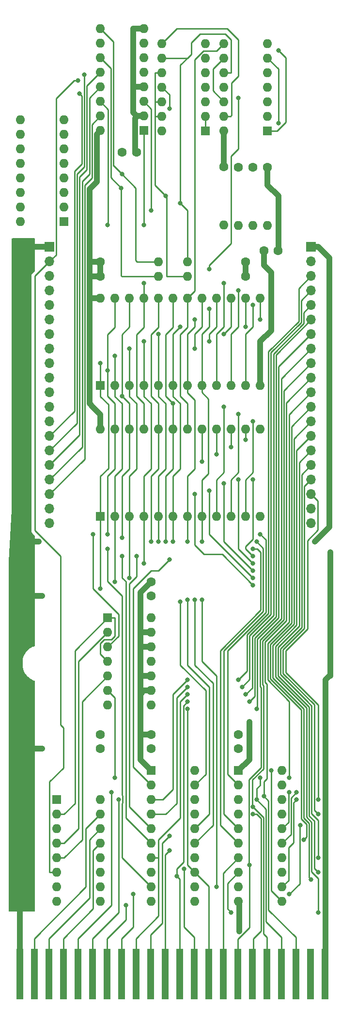
<source format=gbl>
G04 #@! TF.GenerationSoftware,KiCad,Pcbnew,(6.0.4)*
G04 #@! TF.CreationDate,2022-12-31T00:19:43-05:00*
G04 #@! TF.ProjectId,intellivision t-card replic,696e7465-6c6c-4697-9669-73696f6e2074,rev?*
G04 #@! TF.SameCoordinates,Original*
G04 #@! TF.FileFunction,Copper,L2,Bot*
G04 #@! TF.FilePolarity,Positive*
%FSLAX46Y46*%
G04 Gerber Fmt 4.6, Leading zero omitted, Abs format (unit mm)*
G04 Created by KiCad (PCBNEW (6.0.4)) date 2022-12-31 00:19:43*
%MOMM*%
%LPD*%
G01*
G04 APERTURE LIST*
G04 #@! TA.AperFunction,ComponentPad*
%ADD10C,1.600000*%
G04 #@! TD*
G04 #@! TA.AperFunction,ComponentPad*
%ADD11O,1.600000X1.600000*%
G04 #@! TD*
G04 #@! TA.AperFunction,ComponentPad*
%ADD12R,1.600000X1.600000*%
G04 #@! TD*
G04 #@! TA.AperFunction,ComponentPad*
%ADD13R,1.700000X1.700000*%
G04 #@! TD*
G04 #@! TA.AperFunction,ComponentPad*
%ADD14O,1.700000X1.700000*%
G04 #@! TD*
G04 #@! TA.AperFunction,ConnectorPad*
%ADD15R,1.270000X8.840000*%
G04 #@! TD*
G04 #@! TA.AperFunction,ViaPad*
%ADD16C,0.800000*%
G04 #@! TD*
G04 #@! TA.AperFunction,Conductor*
%ADD17C,1.000000*%
G04 #@! TD*
G04 #@! TA.AperFunction,Conductor*
%ADD18C,0.250000*%
G04 #@! TD*
G04 APERTURE END LIST*
D10*
X105405000Y-66082500D03*
D11*
X115565000Y-66082500D03*
D10*
X134615000Y-47032500D03*
D11*
X134615000Y-57192500D03*
D10*
X132075000Y-47032500D03*
D11*
X132075000Y-57192500D03*
D10*
X109240000Y-44450000D03*
X111740000Y-44450000D03*
D12*
X105405000Y-107992500D03*
D11*
X107945000Y-107992500D03*
X110485000Y-107992500D03*
X113025000Y-107992500D03*
X115565000Y-107992500D03*
X118105000Y-107992500D03*
X120645000Y-107992500D03*
X123185000Y-107992500D03*
X125725000Y-107992500D03*
X128265000Y-107992500D03*
X130805000Y-107992500D03*
X133345000Y-107992500D03*
X133345000Y-92752500D03*
X130805000Y-92752500D03*
X128265000Y-92752500D03*
X125725000Y-92752500D03*
X123185000Y-92752500D03*
X120645000Y-92752500D03*
X118105000Y-92752500D03*
X115565000Y-92752500D03*
X113025000Y-92752500D03*
X110485000Y-92752500D03*
X107945000Y-92752500D03*
X105405000Y-92752500D03*
D10*
X129540000Y-148590000D03*
X129540000Y-146090000D03*
D12*
X113015000Y-40640000D03*
D11*
X113015000Y-38100000D03*
X113015000Y-35560000D03*
X113015000Y-33020000D03*
X113015000Y-30480000D03*
X113015000Y-27940000D03*
X113015000Y-25400000D03*
X113015000Y-22860000D03*
X105395000Y-22860000D03*
X105395000Y-25400000D03*
X105395000Y-27940000D03*
X105395000Y-30480000D03*
X105395000Y-33020000D03*
X105395000Y-35560000D03*
X105395000Y-38100000D03*
X105395000Y-40640000D03*
D13*
X142240000Y-60960000D03*
D14*
X142240000Y-63500000D03*
X142240000Y-66040000D03*
X142240000Y-68580000D03*
X142240000Y-71120000D03*
X142240000Y-73660000D03*
X142240000Y-76200000D03*
X142240000Y-78740000D03*
X142240000Y-81280000D03*
X142240000Y-83820000D03*
X142240000Y-86360000D03*
X142240000Y-88900000D03*
X142240000Y-91440000D03*
X142240000Y-93980000D03*
X142240000Y-96520000D03*
X142240000Y-99060000D03*
X142240000Y-101600000D03*
X142240000Y-104140000D03*
X142240000Y-106680000D03*
X142240000Y-109220000D03*
D10*
X130805000Y-63542500D03*
D11*
X120645000Y-63542500D03*
D10*
X130805000Y-66082500D03*
D11*
X120645000Y-66082500D03*
D12*
X105410000Y-85132500D03*
D11*
X107950000Y-85132500D03*
X110490000Y-85132500D03*
X113030000Y-85132500D03*
X115570000Y-85132500D03*
X118110000Y-85132500D03*
X120650000Y-85132500D03*
X123190000Y-85132500D03*
X125730000Y-85132500D03*
X128270000Y-85132500D03*
X130810000Y-85132500D03*
X133350000Y-85132500D03*
X133350000Y-69892500D03*
X130810000Y-69892500D03*
X128270000Y-69892500D03*
X125730000Y-69892500D03*
X123190000Y-69892500D03*
X120650000Y-69892500D03*
X118110000Y-69892500D03*
X115570000Y-69892500D03*
X113030000Y-69892500D03*
X110490000Y-69892500D03*
X107950000Y-69892500D03*
X105410000Y-69892500D03*
D10*
X105410000Y-148570000D03*
X105410000Y-146070000D03*
D12*
X97790000Y-157480000D03*
D11*
X97790000Y-160020000D03*
X97790000Y-162560000D03*
X97790000Y-165100000D03*
X97790000Y-167640000D03*
X97790000Y-170180000D03*
X97790000Y-172720000D03*
X97790000Y-175260000D03*
X105410000Y-175260000D03*
X105410000Y-172720000D03*
X105410000Y-170180000D03*
X105410000Y-167640000D03*
X105410000Y-165100000D03*
X105410000Y-162560000D03*
X105410000Y-160020000D03*
X105410000Y-157480000D03*
D12*
X99017500Y-56525000D03*
D11*
X99017500Y-53985000D03*
X99017500Y-51445000D03*
X99017500Y-48905000D03*
X99017500Y-46365000D03*
X99017500Y-43825000D03*
X99017500Y-41285000D03*
X99017500Y-38745000D03*
X91397500Y-38745000D03*
X91397500Y-41285000D03*
X91397500Y-43825000D03*
X91397500Y-46365000D03*
X91397500Y-48905000D03*
X91397500Y-51445000D03*
X91397500Y-53985000D03*
X91397500Y-56525000D03*
D10*
X114300000Y-121900000D03*
X114300000Y-119400000D03*
D12*
X114300000Y-152400000D03*
D11*
X114300000Y-154940000D03*
X114300000Y-157480000D03*
X114300000Y-160020000D03*
X114300000Y-162560000D03*
X114300000Y-165100000D03*
X114300000Y-167640000D03*
X114300000Y-170180000D03*
X114300000Y-172720000D03*
X114300000Y-175260000D03*
X121920000Y-175260000D03*
X121920000Y-172720000D03*
X121920000Y-170180000D03*
X121920000Y-167640000D03*
X121920000Y-165100000D03*
X121920000Y-162560000D03*
X121920000Y-160020000D03*
X121920000Y-157480000D03*
X121920000Y-154940000D03*
X121920000Y-152400000D03*
D10*
X126995000Y-46990000D03*
D11*
X126995000Y-57150000D03*
D12*
X129540000Y-152400000D03*
D11*
X129540000Y-154940000D03*
X129540000Y-157480000D03*
X129540000Y-160020000D03*
X129540000Y-162560000D03*
X129540000Y-165100000D03*
X129540000Y-167640000D03*
X129540000Y-170180000D03*
X129540000Y-172720000D03*
X129540000Y-175260000D03*
X137160000Y-175260000D03*
X137160000Y-172720000D03*
X137160000Y-170180000D03*
X137160000Y-167640000D03*
X137160000Y-165100000D03*
X137160000Y-162560000D03*
X137160000Y-160020000D03*
X137160000Y-157480000D03*
X137160000Y-154940000D03*
X137160000Y-152400000D03*
D12*
X134605000Y-40645000D03*
D11*
X134605000Y-38105000D03*
X134605000Y-35565000D03*
X134605000Y-33025000D03*
X134605000Y-30485000D03*
X134605000Y-27945000D03*
X134605000Y-25405000D03*
X126985000Y-25405000D03*
X126985000Y-27945000D03*
X126985000Y-30485000D03*
X126985000Y-33025000D03*
X126985000Y-35565000D03*
X126985000Y-38105000D03*
X126985000Y-40645000D03*
D10*
X114300000Y-148590000D03*
X114300000Y-146090000D03*
D15*
X144665700Y-187960000D03*
X142125700Y-187960000D03*
X139585700Y-187960000D03*
X137045700Y-187960000D03*
X134505700Y-187960000D03*
X131965700Y-187960000D03*
X129425700Y-187960000D03*
X126885700Y-187960000D03*
X124345700Y-187960000D03*
X121805700Y-187960000D03*
X119265700Y-187960000D03*
X116725700Y-187960000D03*
X114185700Y-187960000D03*
X111645700Y-187960000D03*
X109105700Y-187960000D03*
X106565700Y-187960000D03*
X104025700Y-187960000D03*
X101485700Y-187960000D03*
X98945700Y-187960000D03*
X96405700Y-187960000D03*
X93865700Y-187960000D03*
X91325700Y-187960000D03*
D10*
X136485000Y-61595000D03*
X133985000Y-61595000D03*
D13*
X96520000Y-60960000D03*
D14*
X96520000Y-63500000D03*
X96520000Y-66040000D03*
X96520000Y-68580000D03*
X96520000Y-71120000D03*
X96520000Y-73660000D03*
X96520000Y-76200000D03*
X96520000Y-78740000D03*
X96520000Y-81280000D03*
X96520000Y-83820000D03*
X96520000Y-86360000D03*
X96520000Y-88900000D03*
X96520000Y-91440000D03*
X96520000Y-93980000D03*
X96520000Y-96520000D03*
X96520000Y-99060000D03*
X96520000Y-101600000D03*
X96520000Y-104140000D03*
X96520000Y-106680000D03*
X96520000Y-109220000D03*
D10*
X105405000Y-63542500D03*
D11*
X115565000Y-63542500D03*
D12*
X106680000Y-125730000D03*
D11*
X106680000Y-128270000D03*
X106680000Y-130810000D03*
X106680000Y-133350000D03*
X106680000Y-135890000D03*
X106680000Y-138430000D03*
X106680000Y-140970000D03*
X114300000Y-140970000D03*
X114300000Y-138430000D03*
X114300000Y-135890000D03*
X114300000Y-133350000D03*
X114300000Y-130810000D03*
X114300000Y-128270000D03*
X114300000Y-125730000D03*
D10*
X129535000Y-47032500D03*
D11*
X129535000Y-57192500D03*
D12*
X123800000Y-40645000D03*
D11*
X123800000Y-38105000D03*
X123800000Y-35565000D03*
X123800000Y-33025000D03*
X123800000Y-30485000D03*
X123800000Y-27945000D03*
X123800000Y-25405000D03*
X116180000Y-25405000D03*
X116180000Y-27945000D03*
X116180000Y-30485000D03*
X116180000Y-33025000D03*
X116180000Y-35565000D03*
X116180000Y-38105000D03*
X116180000Y-40645000D03*
D16*
X94615000Y-112395000D03*
X142875000Y-112395000D03*
X95250000Y-148590000D03*
X103505000Y-60960000D03*
X95250000Y-121920000D03*
X129654300Y-180454300D03*
X131445000Y-143891000D03*
X144780000Y-180340000D03*
X133985000Y-156845000D03*
X121920000Y-78740000D03*
X138430000Y-153670000D03*
X133350000Y-153670000D03*
X127000000Y-88900000D03*
X132715000Y-157480000D03*
X132080000Y-158750000D03*
X124460000Y-77470000D03*
X140970000Y-164465000D03*
X132080000Y-160020000D03*
X129540000Y-90170000D03*
X131445000Y-168910000D03*
X127000000Y-76200000D03*
X132080000Y-91440000D03*
X142240000Y-171450000D03*
X130810000Y-74930000D03*
X132715000Y-141605000D03*
X120650000Y-141605000D03*
X120015000Y-169545000D03*
X128270000Y-177165000D03*
X143510000Y-177165000D03*
X131445000Y-140335000D03*
X118745000Y-170815000D03*
X133350000Y-73660000D03*
X120650000Y-140335000D03*
X143510000Y-170180000D03*
X130805000Y-94657500D03*
X117475000Y-166370000D03*
X117475000Y-163830000D03*
X128265000Y-95927500D03*
X143510000Y-167640000D03*
X120650000Y-139065000D03*
X132080000Y-71120000D03*
X130810000Y-139065000D03*
X111125000Y-173990000D03*
X143510000Y-160020000D03*
X125725000Y-97197500D03*
X129540000Y-68580000D03*
X130175000Y-137795000D03*
X120650000Y-137795000D03*
X109855000Y-175895000D03*
X120650000Y-136525000D03*
X129540000Y-136525000D03*
X127000000Y-67310000D03*
X108585000Y-157480000D03*
X107315000Y-156210000D03*
X123185000Y-98467500D03*
X143510000Y-157480000D03*
X114300000Y-54610000D03*
X119380000Y-53340000D03*
X116840000Y-52070000D03*
X109220000Y-48260000D03*
X109069511Y-50697011D03*
X106680000Y-57150000D03*
X113030000Y-57150000D03*
X107950000Y-153670000D03*
X135255000Y-152400000D03*
X133350000Y-111125000D03*
X106680000Y-111125000D03*
X106680000Y-82550000D03*
X132080000Y-116205000D03*
X129540000Y-101600000D03*
X102596920Y-30841920D03*
X139700000Y-157480000D03*
X109220000Y-86995000D03*
X132715000Y-112395000D03*
X109220000Y-111760000D03*
X127000000Y-102235000D03*
X139700000Y-156210000D03*
X132080000Y-117475000D03*
X118110000Y-88265000D03*
X116840000Y-112395000D03*
X132080000Y-113665000D03*
X132080000Y-118745000D03*
X138430000Y-156210000D03*
X124460000Y-103505000D03*
X132080000Y-101600000D03*
X138430000Y-173990000D03*
X140335000Y-161925000D03*
X132080000Y-114935000D03*
X101740489Y-34149511D03*
X132080000Y-120015000D03*
X121920000Y-104140000D03*
X117475000Y-115570000D03*
X123190000Y-112395000D03*
X124460000Y-71755000D03*
X125730000Y-172720000D03*
X123190000Y-122555000D03*
X113025000Y-116210000D03*
X113030000Y-77470000D03*
X121920000Y-73660000D03*
X120650000Y-112395000D03*
X111760000Y-114935000D03*
X121920000Y-122555000D03*
X110490000Y-78740000D03*
X110485000Y-118750000D03*
X118110000Y-112395000D03*
X119380000Y-74930000D03*
X109220000Y-114935000D03*
X120650000Y-122555000D03*
X107945000Y-119385000D03*
X107950000Y-80010000D03*
X106680000Y-113665000D03*
X115570000Y-76200000D03*
X115570000Y-112395000D03*
X119380000Y-122889700D03*
X105410000Y-81280000D03*
X105410000Y-120650000D03*
X101454511Y-31895489D03*
X114300000Y-112395000D03*
X104140000Y-111125000D03*
X136525000Y-39370000D03*
X129540000Y-34925000D03*
X124455000Y-64775000D03*
X113030000Y-67310000D03*
X136525000Y-26670000D03*
X117475000Y-36830000D03*
D17*
X103500000Y-63542500D02*
X103500000Y-50842500D01*
X105405000Y-90212500D02*
X104135000Y-88942500D01*
X103500000Y-66082500D02*
X103500000Y-69257500D01*
X136520000Y-52065000D02*
X136520000Y-59060000D01*
X134615000Y-50160000D02*
X134615000Y-47032500D01*
X105405000Y-63542500D02*
X105405000Y-66082500D01*
X103500000Y-88307500D02*
X104135000Y-88942500D01*
X105405000Y-66082500D02*
X103500000Y-66082500D01*
X91440000Y-121920000D02*
X95250000Y-121920000D01*
X91325700Y-113616402D02*
X91325700Y-122034300D01*
X145415000Y-62865000D02*
X145415000Y-109855000D01*
X103500000Y-69257500D02*
X103500000Y-88307500D01*
X104770000Y-49572500D02*
X104770000Y-41265000D01*
X91440000Y-148590000D02*
X95250000Y-148590000D01*
X105405000Y-63542500D02*
X103500000Y-63542500D01*
X103500000Y-50842500D02*
X104770000Y-49572500D01*
X96520000Y-60960000D02*
X92710000Y-60960000D01*
X136520000Y-61560000D02*
X136485000Y-61595000D01*
X94615000Y-112395000D02*
X92075000Y-112395000D01*
X105405000Y-92752500D02*
X105405000Y-90212500D01*
X91440000Y-148590000D02*
X91325700Y-148704300D01*
X91325700Y-122034300D02*
X91325700Y-148704300D01*
X104770000Y-41265000D02*
X105395000Y-40640000D01*
X136520000Y-52065000D02*
X134615000Y-50160000D01*
X103500000Y-69257500D02*
X103500000Y-69892500D01*
X91325700Y-148704300D02*
X91325700Y-187960000D01*
X126995000Y-40655000D02*
X126985000Y-40645000D01*
X145415000Y-109855000D02*
X142875000Y-112395000D01*
X103500000Y-69892500D02*
X105410000Y-69892500D01*
X142240000Y-60960000D02*
X143510000Y-60960000D01*
X103500000Y-63542500D02*
X103500000Y-66082500D01*
X126995000Y-46990000D02*
X126995000Y-40655000D01*
X91325700Y-122034300D02*
X91440000Y-121920000D01*
X130805000Y-63542500D02*
X130805000Y-66082500D01*
X136520000Y-59060000D02*
X136520000Y-61560000D01*
X143510000Y-60960000D02*
X145415000Y-62865000D01*
X144780000Y-136525000D02*
X144780000Y-180340000D01*
X113030000Y-138430000D02*
X112395000Y-139065000D01*
X111515489Y-44225489D02*
X111740000Y-44450000D01*
X113015000Y-38100000D02*
X111712500Y-38100000D01*
X113015000Y-33020000D02*
X111162500Y-33020000D01*
X111120000Y-33062500D02*
X111120000Y-37507500D01*
X133985000Y-64135000D02*
X133985000Y-61595000D01*
X111712500Y-38100000D02*
X111120000Y-37507500D01*
X131445000Y-143891000D02*
X131445000Y-150495000D01*
X145604520Y-135890000D02*
X145415000Y-135890000D01*
X133350000Y-85132500D02*
X133350000Y-77470000D01*
X114300000Y-130810000D02*
X112395000Y-130810000D01*
X111515489Y-38468141D02*
X111515489Y-44225489D01*
X145415000Y-135890000D02*
X144780000Y-136525000D01*
X144780000Y-187845700D02*
X144665700Y-187960000D01*
X129654300Y-175374300D02*
X129540000Y-175260000D01*
X129540000Y-152400000D02*
X131445000Y-150495000D01*
X113015000Y-22860000D02*
X111162500Y-22860000D01*
X145604520Y-114300000D02*
X145604520Y-135890000D01*
X135250000Y-75570000D02*
X135250000Y-65400000D01*
X114300000Y-138430000D02*
X113030000Y-138430000D01*
X135250000Y-65400000D02*
X133985000Y-64135000D01*
X112395000Y-130810000D02*
X112395000Y-135890000D01*
X112435000Y-146090000D02*
X112395000Y-146050000D01*
X113015000Y-38100000D02*
X111883630Y-38100000D01*
X111162500Y-22860000D02*
X111120000Y-22902500D01*
X112395000Y-150495000D02*
X112395000Y-146050000D01*
X144780000Y-180340000D02*
X144780000Y-187845700D01*
X111883630Y-38100000D02*
X111515489Y-38468141D01*
X111120000Y-22902500D02*
X111120000Y-33062500D01*
X112395000Y-139065000D02*
X112395000Y-146050000D01*
X112395000Y-135890000D02*
X112395000Y-139065000D01*
X114300000Y-146090000D02*
X112435000Y-146090000D01*
X129654300Y-180454300D02*
X129654300Y-175374300D01*
X114300000Y-152400000D02*
X112395000Y-150495000D01*
X114300000Y-119400000D02*
X112395000Y-121305000D01*
X114300000Y-128270000D02*
X112395000Y-128270000D01*
X133350000Y-77470000D02*
X135250000Y-75570000D01*
X114300000Y-135890000D02*
X112395000Y-135890000D01*
X112395000Y-128270000D02*
X112395000Y-130810000D01*
X112395000Y-121305000D02*
X112395000Y-128270000D01*
X111162500Y-33020000D02*
X111120000Y-33062500D01*
D18*
X121920000Y-76200000D02*
X123190000Y-74930000D01*
X137918849Y-126235409D02*
X137918849Y-88141151D01*
X133985000Y-154305000D02*
X134530489Y-153759511D01*
X133985000Y-156845000D02*
X133985000Y-154305000D01*
X137918849Y-88141151D02*
X142240000Y-83820000D01*
X139585700Y-181495700D02*
X139585700Y-187960000D01*
X134805480Y-157665480D02*
X134805480Y-176715480D01*
X134198842Y-129955417D02*
X137918849Y-126235409D01*
X134805480Y-176715480D02*
X139585700Y-181495700D01*
X133985000Y-156845000D02*
X134805480Y-157665480D01*
X123190000Y-74930000D02*
X123190000Y-69892500D01*
X134198842Y-136946158D02*
X134198842Y-129955417D01*
X134530489Y-153759511D02*
X134530489Y-137277805D01*
X134530489Y-137277805D02*
X134198842Y-136946158D01*
X121920000Y-78740000D02*
X121920000Y-76200000D01*
X134648362Y-136558387D02*
X134648362Y-130141614D01*
X134355960Y-159120960D02*
X134355960Y-178805960D01*
X125725000Y-101605000D02*
X127000000Y-100330000D01*
X132715000Y-157480000D02*
X132715000Y-155575000D01*
X132715000Y-155575000D02*
X133350000Y-154940000D01*
X134355960Y-178805960D02*
X137045700Y-181495700D01*
X138430000Y-140340026D02*
X134648362Y-136558387D01*
X138368369Y-126421607D02*
X138368369Y-90231631D01*
X138368369Y-90231631D02*
X142240000Y-86360000D01*
X125725000Y-107992500D02*
X125725000Y-101605000D01*
X138430000Y-153670000D02*
X138430000Y-140340026D01*
X133350000Y-154940000D02*
X133350000Y-153670000D01*
X134648362Y-130141614D02*
X138368369Y-126421607D01*
X137045700Y-181495700D02*
X137045700Y-187960000D01*
X132715000Y-157480000D02*
X134355960Y-159120960D01*
X127000000Y-100330000D02*
X127000000Y-88900000D01*
X137469329Y-126049211D02*
X137469329Y-86050671D01*
X133921495Y-152073173D02*
X133921495Y-137567851D01*
X132080000Y-158750000D02*
X133906440Y-160576440D01*
X133906440Y-160576440D02*
X133906440Y-180896440D01*
X133921495Y-137567851D02*
X133749322Y-137395678D01*
X137469329Y-86050671D02*
X142240000Y-81280000D01*
X134505700Y-181495700D02*
X134505700Y-187960000D01*
X132080000Y-158750000D02*
X131990489Y-158660489D01*
X125730000Y-74930000D02*
X124460000Y-76200000D01*
X133906440Y-180896440D02*
X134505700Y-181495700D01*
X133749322Y-129769219D02*
X137469329Y-126049211D01*
X125730000Y-69892500D02*
X125730000Y-74930000D01*
X133749322Y-137395678D02*
X133749322Y-129769219D01*
X131990489Y-154004179D02*
X133921495Y-152073173D01*
X131990489Y-158660489D02*
X131990489Y-154004179D01*
X124460000Y-77470000D02*
X124460000Y-76200000D01*
X138817889Y-92322111D02*
X138817889Y-126607805D01*
X141436929Y-161759080D02*
X141436929Y-163998071D01*
X128265000Y-101605000D02*
X129540000Y-100330000D01*
X140537889Y-160860040D02*
X141436929Y-161759080D01*
X141436929Y-163998071D02*
X140970000Y-164465000D01*
X132080000Y-160020000D02*
X132714282Y-160020000D01*
X129540000Y-100330000D02*
X129540000Y-90170000D01*
X135097880Y-136372188D02*
X140537889Y-141812197D01*
X128265000Y-107992500D02*
X128265000Y-101605000D01*
X133456920Y-180412102D02*
X132169511Y-181699511D01*
X133456920Y-160762638D02*
X133456920Y-180412102D01*
X132169511Y-187756189D02*
X131965700Y-187960000D01*
X140537889Y-141812197D02*
X140537889Y-157682889D01*
X132714282Y-160020000D02*
X133456920Y-160762638D01*
X138817889Y-126607805D02*
X135097881Y-130327815D01*
X140537889Y-157682889D02*
X140537889Y-160860040D01*
X142240000Y-88900000D02*
X138817889Y-92322111D01*
X135097881Y-130327815D02*
X135097880Y-136372188D01*
X132169511Y-181699511D02*
X132169511Y-187756189D01*
X129425700Y-181848948D02*
X129425700Y-187960000D01*
X131355489Y-154003461D02*
X133471975Y-151886975D01*
X131445000Y-179829647D02*
X129425700Y-181848948D01*
X137019809Y-83960191D02*
X142240000Y-78740000D01*
X133471975Y-151886975D02*
X133471975Y-137916975D01*
X137019809Y-125863013D02*
X137019809Y-83960191D01*
X131445000Y-168910000D02*
X131445000Y-179829647D01*
X128270000Y-74930000D02*
X127000000Y-76200000D01*
X128270000Y-69892500D02*
X128270000Y-74930000D01*
X131355489Y-168820489D02*
X131355489Y-154003461D01*
X133299802Y-137744802D02*
X133299802Y-129583021D01*
X131445000Y-168910000D02*
X131355489Y-168820489D01*
X133471975Y-137916975D02*
X133299802Y-137744802D01*
X133299802Y-129583021D02*
X137019809Y-125863013D01*
X141886449Y-161572884D02*
X140987409Y-160673843D01*
X139267409Y-94412591D02*
X142240000Y-91440000D01*
X126885700Y-170294300D02*
X126885700Y-187960000D01*
X140987409Y-141625999D02*
X135547400Y-136185990D01*
X135547401Y-130514012D02*
X139267409Y-126794002D01*
X130805000Y-101605000D02*
X132080000Y-100330000D01*
X141886449Y-171096449D02*
X141886449Y-161572884D01*
X139267409Y-126794002D02*
X139267409Y-94412591D01*
X132080000Y-100330000D02*
X132080000Y-91440000D01*
X129540000Y-167640000D02*
X126885700Y-170294300D01*
X142240000Y-171450000D02*
X141886449Y-171096449D01*
X135547400Y-136185990D02*
X135547401Y-130514012D01*
X140987409Y-160673843D02*
X140987409Y-141625999D01*
X130805000Y-107992500D02*
X130805000Y-101605000D01*
X130810000Y-69892500D02*
X130810000Y-74930000D01*
X120650000Y-168910000D02*
X120650000Y-141605000D01*
X124345700Y-172605700D02*
X121920000Y-170180000D01*
X136570289Y-81869711D02*
X136570289Y-125676815D01*
X124345700Y-187960000D02*
X124345700Y-172605700D01*
X132850282Y-129396823D02*
X132850282Y-141469718D01*
X132850282Y-141469718D02*
X132715000Y-141605000D01*
X121920000Y-170180000D02*
X120650000Y-168910000D01*
X136570289Y-125676815D02*
X132850282Y-129396823D01*
X142240000Y-76200000D02*
X136570289Y-81869711D01*
X142335969Y-161386687D02*
X141436929Y-160487646D01*
X143510000Y-171204614D02*
X142335969Y-170030583D01*
X135996920Y-135999792D02*
X135996920Y-130700211D01*
X121805700Y-181495700D02*
X120015000Y-179705000D01*
X142335969Y-170030583D02*
X142335969Y-161386687D01*
X135996920Y-130700211D02*
X139716929Y-126980199D01*
X120015000Y-179705000D02*
X120015000Y-169545000D01*
X143510000Y-177165000D02*
X143510000Y-171204614D01*
X141436929Y-141439801D02*
X135996920Y-135999792D01*
X127635000Y-176530000D02*
X127635000Y-172085000D01*
X141436929Y-160487646D02*
X141436929Y-141439801D01*
X128270000Y-177165000D02*
X127635000Y-176530000D01*
X121805700Y-187960000D02*
X121805700Y-181495700D01*
X127635000Y-172085000D02*
X129540000Y-170180000D01*
X139716929Y-126980199D02*
X139716929Y-96503071D01*
X139716929Y-96503071D02*
X142240000Y-93980000D01*
X136120769Y-79779231D02*
X136120769Y-125490617D01*
X132400762Y-139379238D02*
X131445000Y-140335000D01*
X119265700Y-187960000D02*
X119265700Y-171335700D01*
X119925489Y-141059511D02*
X119925489Y-168364511D01*
X132400762Y-129210626D02*
X132400762Y-139379238D01*
X120650000Y-140335000D02*
X119925489Y-141059511D01*
X118745000Y-170815000D02*
X118745000Y-169545000D01*
X142240000Y-73660000D02*
X136120769Y-79779231D01*
X119925489Y-168364511D02*
X118745000Y-169545000D01*
X133350000Y-69892500D02*
X133350000Y-73660000D01*
X119265700Y-171335700D02*
X118745000Y-170815000D01*
X136120769Y-125490617D02*
X132400762Y-129210626D01*
X141886449Y-160301449D02*
X141886449Y-141253603D01*
X136446440Y-130886408D02*
X140166449Y-127166397D01*
X136446440Y-135813594D02*
X136446440Y-130886408D01*
X116725700Y-167119300D02*
X117475000Y-166370000D01*
X143510000Y-170180000D02*
X142785489Y-169455489D01*
X142785489Y-169455489D02*
X142785489Y-161200489D01*
X140166449Y-127166397D02*
X140166449Y-98593551D01*
X142785489Y-161200489D02*
X141886449Y-160301449D01*
X141886449Y-141253603D02*
X136446440Y-135813594D01*
X116725700Y-187960000D02*
X116725700Y-167119300D01*
X130805000Y-92752500D02*
X130805000Y-94657500D01*
X140166449Y-98593551D02*
X142240000Y-96520000D01*
X142335969Y-159870583D02*
X143510000Y-161044614D01*
X141604282Y-140335718D02*
X142335969Y-141067405D01*
X142335969Y-141067405D02*
X142335969Y-159870583D01*
X128265000Y-92752500D02*
X128265000Y-95927500D01*
X143510000Y-161044614D02*
X143510000Y-167640000D01*
X140615969Y-100684031D02*
X140615969Y-127352595D01*
X117475000Y-163830000D02*
X116205000Y-165100000D01*
X136895960Y-131072605D02*
X136895960Y-135627396D01*
X116205000Y-165100000D02*
X116205000Y-179070000D01*
X140615969Y-127352595D02*
X136895960Y-131072605D01*
X142240000Y-99060000D02*
X140615969Y-100684031D01*
X116205000Y-179070000D02*
X114185700Y-181089300D01*
X136895960Y-135627396D02*
X141604282Y-140335718D01*
X114185700Y-181089300D02*
X114185700Y-187960000D01*
X131951242Y-129024429D02*
X131951242Y-137923758D01*
X130810000Y-76200000D02*
X132080000Y-74930000D01*
X115570000Y-177800000D02*
X111645700Y-181724300D01*
X119380000Y-140335000D02*
X119380000Y-160655000D01*
X114300000Y-167640000D02*
X115570000Y-167640000D01*
X135671249Y-125304419D02*
X131951242Y-129024429D01*
X140969641Y-72390359D02*
X140970000Y-72390718D01*
X120650000Y-139065000D02*
X119380000Y-140335000D01*
X111645700Y-181724300D02*
X111645700Y-187960000D01*
X132080000Y-74930000D02*
X132080000Y-71120000D01*
X140970000Y-72390718D02*
X140970000Y-74294282D01*
X119380000Y-160655000D02*
X115570000Y-164465000D01*
X135671249Y-79593034D02*
X135671249Y-125304419D01*
X142240000Y-71120000D02*
X140969641Y-72390359D01*
X130810000Y-85132500D02*
X130810000Y-76200000D01*
X140970000Y-74294282D02*
X135671249Y-79593034D01*
X131951242Y-137923758D02*
X130810000Y-139065000D01*
X115570000Y-164465000D02*
X115570000Y-167640000D01*
X115570000Y-167640000D02*
X115570000Y-177800000D01*
X137345480Y-131258803D02*
X137345480Y-135441198D01*
X141065489Y-102774511D02*
X141065489Y-127538793D01*
X142785489Y-140881207D02*
X142785489Y-159295489D01*
X142785489Y-159295489D02*
X143510000Y-160020000D01*
X141065489Y-127538793D02*
X137345480Y-131258803D01*
X137345480Y-135441198D02*
X142785489Y-140881207D01*
X111125000Y-179705000D02*
X111125000Y-173990000D01*
X142240000Y-101600000D02*
X141065489Y-102774511D01*
X125725000Y-92752500D02*
X125725000Y-97197500D01*
X109105700Y-187960000D02*
X109105700Y-181724300D01*
X109105700Y-181724300D02*
X111125000Y-179705000D01*
X118745000Y-139700000D02*
X118745000Y-158115000D01*
X106565700Y-181724300D02*
X109855000Y-178435000D01*
X106565700Y-187960000D02*
X106565700Y-181724300D01*
X118745000Y-158115000D02*
X116840000Y-160020000D01*
X142240000Y-68580000D02*
X140520121Y-70299879D01*
X135221729Y-79406837D02*
X135221729Y-125118221D01*
X135221729Y-125118221D02*
X131501722Y-128838232D01*
X140520121Y-70299879D02*
X140520121Y-73659641D01*
X131501722Y-128838232D02*
X131501722Y-136468278D01*
X120650000Y-137795000D02*
X118745000Y-139700000D01*
X109855000Y-178435000D02*
X109855000Y-175895000D01*
X140520480Y-74108084D02*
X135221729Y-79406837D01*
X131501722Y-136468278D02*
X130175000Y-137795000D01*
X116840000Y-160020000D02*
X114300000Y-160020000D01*
X140520121Y-73659641D02*
X140520480Y-73660000D01*
X129540000Y-74930000D02*
X129540000Y-68580000D01*
X128270000Y-76200000D02*
X129540000Y-74930000D01*
X128270000Y-85132500D02*
X128270000Y-76200000D01*
X140520480Y-73660000D02*
X140520480Y-74108084D01*
X108585000Y-177165000D02*
X104025700Y-181724300D01*
X127000000Y-74930000D02*
X127000000Y-67310000D01*
X142240000Y-66040000D02*
X140070601Y-68209399D01*
X104025700Y-181724300D02*
X104025700Y-187960000D01*
X118110000Y-139065000D02*
X118110000Y-155658658D01*
X118110000Y-155658658D02*
X116288658Y-157480000D01*
X134772209Y-124932024D02*
X131052202Y-128652035D01*
X131052202Y-128652035D02*
X131052202Y-135012798D01*
X131052202Y-135012798D02*
X129540000Y-136525000D01*
X116288658Y-157480000D02*
X114300000Y-157480000D01*
X125730000Y-76200000D02*
X127000000Y-74930000D01*
X140070601Y-73922245D02*
X134772209Y-79220640D01*
X134772209Y-79220640D02*
X134772209Y-124932024D01*
X125730000Y-85132500D02*
X125730000Y-76200000D01*
X108585000Y-157480000D02*
X108585000Y-177165000D01*
X120650000Y-136525000D02*
X118110000Y-139065000D01*
X140070601Y-68209399D02*
X140070601Y-73922245D01*
X143510000Y-140970000D02*
X137795000Y-135255000D01*
X143510000Y-157480000D02*
X143510000Y-140970000D01*
X101485700Y-181724300D02*
X101485700Y-187960000D01*
X141605000Y-127635000D02*
X141605000Y-112204022D01*
X137795000Y-131445000D02*
X141605000Y-127635000D01*
X137795000Y-135255000D02*
X137795000Y-131445000D01*
X141605000Y-112204022D02*
X143414511Y-110394511D01*
X123185000Y-92752500D02*
X123185000Y-98467500D01*
X107315000Y-175895000D02*
X101485700Y-181724300D01*
X143414511Y-105314511D02*
X142240000Y-104140000D01*
X107315000Y-156210000D02*
X107315000Y-175895000D01*
X143414511Y-110394511D02*
X143414511Y-105314511D01*
X98945700Y-181724300D02*
X98945700Y-187960000D01*
X104140000Y-176530000D02*
X98945700Y-181724300D01*
X104140000Y-166370000D02*
X104140000Y-176530000D01*
X105410000Y-165100000D02*
X104140000Y-166370000D01*
X96405700Y-181724300D02*
X103505000Y-174625000D01*
X105410000Y-162560000D02*
X103505000Y-164465000D01*
X103505000Y-174625000D02*
X103505000Y-164465000D01*
X96405700Y-187960000D02*
X96405700Y-181724300D01*
X102870000Y-162560000D02*
X102870000Y-172720000D01*
X105410000Y-160020000D02*
X102870000Y-162560000D01*
X93865700Y-181724300D02*
X93865700Y-187960000D01*
X102870000Y-172720000D02*
X93865700Y-181724300D01*
X114300000Y-54610000D02*
X114300000Y-54022500D01*
X113015000Y-35560000D02*
X114295000Y-36840000D01*
X114300000Y-54022500D02*
X114295000Y-54017500D01*
X114295000Y-36840000D02*
X114295000Y-54017500D01*
X120645000Y-54605000D02*
X120645000Y-63542500D01*
X120645000Y-54605000D02*
X119380000Y-53340000D01*
X119380000Y-49530000D02*
X119380000Y-29210000D01*
X120967500Y-27622500D02*
X121285000Y-27305000D01*
X120645000Y-27945000D02*
X120967500Y-27622500D01*
X128265000Y-24760000D02*
X127247500Y-23742500D01*
X119380000Y-29210000D02*
X120967500Y-27622500D01*
X127247500Y-23742500D02*
X122802500Y-23742500D01*
X116180000Y-27945000D02*
X120645000Y-27945000D01*
X122802500Y-23742500D02*
X121285000Y-25260000D01*
X128265000Y-30447500D02*
X128265000Y-24760000D01*
X128227500Y-30485000D02*
X128265000Y-30447500D01*
X121285000Y-25260000D02*
X121285000Y-27305000D01*
X119380000Y-53340000D02*
X119380000Y-49530000D01*
X126985000Y-30485000D02*
X128227500Y-30485000D01*
X116980489Y-53527989D02*
X116980489Y-52210489D01*
X114930000Y-38142500D02*
X114930000Y-48265000D01*
X116980489Y-66052989D02*
X117010000Y-66082500D01*
X114967500Y-30485000D02*
X114930000Y-30522500D01*
X114930000Y-50160000D02*
X114930000Y-48265000D01*
X116180000Y-38105000D02*
X114967500Y-38105000D01*
X114930000Y-30522500D02*
X114930000Y-35602500D01*
X114967500Y-38105000D02*
X114930000Y-38142500D01*
X116180000Y-35565000D02*
X114967500Y-35565000D01*
X117010000Y-66082500D02*
X120645000Y-66082500D01*
X116980489Y-52210489D02*
X116840000Y-52070000D01*
X116980489Y-53527989D02*
X116980489Y-66052989D01*
X114930000Y-35602500D02*
X114930000Y-38142500D01*
X114967500Y-35565000D02*
X114930000Y-35602500D01*
X116180000Y-30485000D02*
X114967500Y-30485000D01*
X116840000Y-52070000D02*
X114930000Y-50160000D01*
X115565000Y-63542500D02*
X111859022Y-63542500D01*
X107663551Y-46068551D02*
X107663551Y-25128551D01*
X111609511Y-50649511D02*
X109220000Y-48260000D01*
X109220000Y-48260000D02*
X107663551Y-46703551D01*
X111609511Y-63292989D02*
X111609511Y-50649511D01*
X107663551Y-46703551D02*
X107663551Y-46068551D01*
X107663551Y-46751051D02*
X107663551Y-46068551D01*
X111859022Y-63542500D02*
X111609511Y-63292989D01*
X107663551Y-25128551D02*
X105395000Y-22860000D01*
X107214031Y-48841531D02*
X107214031Y-29759031D01*
X115565000Y-66082500D02*
X109185000Y-66082500D01*
X109185000Y-66082500D02*
X109069511Y-65967011D01*
X109069511Y-65967011D02*
X109069511Y-50697011D01*
X107214031Y-29759031D02*
X105395000Y-27940000D01*
X109069511Y-50697011D02*
X107214031Y-48841531D01*
X106764511Y-36929511D02*
X105395000Y-35560000D01*
X106764511Y-50249511D02*
X106764511Y-36929511D01*
X106764511Y-57065489D02*
X106680000Y-57150000D01*
X106764511Y-50249511D02*
X106764511Y-57065489D01*
X113015000Y-45752500D02*
X113030000Y-45767500D01*
X113030000Y-45767500D02*
X113030000Y-57150000D01*
X113015000Y-40640000D02*
X113015000Y-45752500D01*
X135255000Y-173355000D02*
X135255000Y-152400000D01*
X137160000Y-175260000D02*
X135255000Y-173355000D01*
X107950000Y-139700000D02*
X107950000Y-153670000D01*
X106680000Y-138430000D02*
X107950000Y-139700000D01*
X107945000Y-74972500D02*
X106675000Y-76242500D01*
X107945000Y-99700000D02*
X106680000Y-100965000D01*
X134322689Y-112097689D02*
X133350000Y-111125000D01*
X106675000Y-76242500D02*
X106675000Y-87037500D01*
X107945000Y-88307500D02*
X107945000Y-92752500D01*
X107945000Y-92752500D02*
X107945000Y-99700000D01*
X106675000Y-87037500D02*
X107945000Y-88307500D01*
X134322689Y-124745827D02*
X134322689Y-112097689D01*
X127635000Y-131433516D02*
X134322689Y-124745827D01*
X127635000Y-153035000D02*
X127635000Y-131433516D01*
X107950000Y-74967500D02*
X107945000Y-74972500D01*
X107950000Y-69892500D02*
X107950000Y-74967500D01*
X129540000Y-154940000D02*
X127635000Y-153035000D01*
X106680000Y-100965000D02*
X106680000Y-111125000D01*
X129540000Y-101600000D02*
X129540000Y-113665000D01*
X138284511Y-171595489D02*
X138284511Y-165856767D01*
X139183551Y-157996449D02*
X139700000Y-157480000D01*
X129540000Y-113665000D02*
X132080000Y-116205000D01*
X102596920Y-46990000D02*
X101326920Y-48260000D01*
X137160000Y-172720000D02*
X138284511Y-171595489D01*
X139183551Y-164957727D02*
X139183551Y-157996449D01*
X101326920Y-48260000D02*
X101326920Y-91713080D01*
X102596920Y-30841920D02*
X102596920Y-46990000D01*
X101326920Y-91713080D02*
X96520000Y-96520000D01*
X138284511Y-165856767D02*
X139183551Y-164957727D01*
X110490000Y-74930000D02*
X109215000Y-76205000D01*
X110490000Y-69892500D02*
X110490000Y-74930000D01*
X109220000Y-100965000D02*
X110485000Y-99700000D01*
X127000000Y-160020000D02*
X127000000Y-131432798D01*
X109215000Y-76205000D02*
X109215000Y-87037500D01*
X110485000Y-99700000D02*
X110485000Y-92752500D01*
X133873169Y-113553169D02*
X132715000Y-112395000D01*
X109220000Y-111760000D02*
X109220000Y-100965000D01*
X129540000Y-162560000D02*
X127000000Y-160020000D01*
X109215000Y-87037500D02*
X110485000Y-88307500D01*
X110485000Y-88307500D02*
X110485000Y-92752500D01*
X133873169Y-124559629D02*
X133873169Y-113553169D01*
X127000000Y-131432798D02*
X133873169Y-124559629D01*
X137160000Y-165100000D02*
X138734031Y-163525969D01*
X105395000Y-30480000D02*
X103046440Y-32828560D01*
X101776440Y-48718560D02*
X101776440Y-93803560D01*
X103046440Y-32828560D02*
X103046440Y-47448560D01*
X127000000Y-102235000D02*
X127000000Y-112395000D01*
X103046440Y-47448560D02*
X101776440Y-48718560D01*
X127000000Y-112395000D02*
X132080000Y-117475000D01*
X138734031Y-157175969D02*
X139700000Y-156210000D01*
X101776440Y-93803560D02*
X96520000Y-99060000D01*
X138734031Y-163525969D02*
X138734031Y-157175969D01*
X118110000Y-69892500D02*
X118110000Y-74967500D01*
X129540000Y-165100000D02*
X126365000Y-161925000D01*
X116835000Y-76242500D02*
X116835000Y-87037500D01*
X133423649Y-124373431D02*
X133423649Y-114300000D01*
X118105000Y-88307500D02*
X118105000Y-92752500D01*
X126365000Y-161925000D02*
X126365000Y-131432080D01*
X116840000Y-112395000D02*
X116840000Y-100965000D01*
X118105000Y-99700000D02*
X118105000Y-92752500D01*
X126365000Y-131432080D02*
X133423649Y-124373431D01*
X133423649Y-114300000D02*
X132788649Y-113665000D01*
X116835000Y-87037500D02*
X118105000Y-88307500D01*
X116840000Y-100965000D02*
X118105000Y-99700000D01*
X132788649Y-113665000D02*
X132080000Y-113665000D01*
X118110000Y-74967500D02*
X116835000Y-76242500D01*
X124460000Y-111125000D02*
X132080000Y-118745000D01*
X102225960Y-95894040D02*
X96520000Y-101600000D01*
X137160000Y-162560000D02*
X138284511Y-161435489D01*
X138284511Y-156355489D02*
X138430000Y-156210000D01*
X103495960Y-48260000D02*
X102225960Y-49530000D01*
X105395000Y-33020000D02*
X103495960Y-34919040D01*
X138284511Y-161435489D02*
X138284511Y-156355489D01*
X103495960Y-34919040D02*
X103495960Y-48260000D01*
X102225960Y-49530000D02*
X102225960Y-95894040D01*
X124460000Y-103505000D02*
X124460000Y-111125000D01*
X102147400Y-46442600D02*
X100877400Y-47712600D01*
X100877400Y-89622600D02*
X96520000Y-93980000D01*
X140245489Y-162014511D02*
X140335000Y-161925000D01*
X130810000Y-113275386D02*
X130810000Y-113665000D01*
X101740489Y-34149511D02*
X102147400Y-34556422D01*
X138430000Y-173990000D02*
X140245489Y-172174511D01*
X132080000Y-112005386D02*
X130810000Y-113275386D01*
X130810000Y-113665000D02*
X132080000Y-114935000D01*
X100877400Y-47712600D02*
X100877400Y-89622600D01*
X140245489Y-172174511D02*
X140245489Y-162014511D01*
X132080000Y-101600000D02*
X132080000Y-112005386D01*
X102147400Y-34556422D02*
X102147400Y-46442600D01*
X121920000Y-113030000D02*
X123507500Y-114617500D01*
X102675480Y-50165000D02*
X102675480Y-97984520D01*
X121920000Y-104140000D02*
X121920000Y-113030000D01*
X123507500Y-114617500D02*
X126682500Y-114617500D01*
X103945480Y-39549520D02*
X103945480Y-48895000D01*
X102675480Y-97984520D02*
X96520000Y-104140000D01*
X105395000Y-38100000D02*
X103945480Y-39549520D01*
X126682500Y-114617500D02*
X132080000Y-120015000D01*
X103945480Y-48895000D02*
X102675480Y-50165000D01*
X123190000Y-76200000D02*
X124460000Y-74930000D01*
X123185000Y-107992500D02*
X123185000Y-101642500D01*
X124460000Y-74930000D02*
X124460000Y-71755000D01*
X111125000Y-151765000D02*
X111125000Y-120650000D01*
X124309511Y-100517989D02*
X124309511Y-87479511D01*
X123185000Y-112390000D02*
X123190000Y-112395000D01*
X115570000Y-117475000D02*
X117475000Y-115570000D01*
X114300000Y-117475000D02*
X115570000Y-117475000D01*
X124309511Y-87479511D02*
X123190000Y-86360000D01*
X123185000Y-101642500D02*
X124309511Y-100517989D01*
X123190000Y-85132500D02*
X123190000Y-76200000D01*
X123185000Y-107992500D02*
X123185000Y-112390000D01*
X111125000Y-120650000D02*
X114300000Y-117475000D01*
X123190000Y-86360000D02*
X123190000Y-85132500D01*
X114300000Y-154940000D02*
X111125000Y-151765000D01*
X113030000Y-87042500D02*
X114295000Y-88307500D01*
X113025000Y-107992500D02*
X113025000Y-116210000D01*
X113030000Y-81327500D02*
X113025000Y-81322500D01*
X123190000Y-133350000D02*
X123190000Y-122555000D01*
X114295000Y-88307500D02*
X114295000Y-99737500D01*
X113030000Y-85132500D02*
X113030000Y-87042500D01*
X125730000Y-137160000D02*
X125730000Y-135890000D01*
X113025000Y-81322500D02*
X113025000Y-77475000D01*
X113025000Y-101007500D02*
X113025000Y-107992500D01*
X125730000Y-172720000D02*
X125730000Y-137160000D01*
X114295000Y-99737500D02*
X113025000Y-101007500D01*
X125730000Y-135890000D02*
X123190000Y-133350000D01*
X113025000Y-77475000D02*
X113030000Y-77470000D01*
X113030000Y-85132500D02*
X113030000Y-81327500D01*
X121915000Y-99737500D02*
X121915000Y-87672500D01*
X120645000Y-101007500D02*
X121915000Y-99737500D01*
X110490000Y-119769614D02*
X111760000Y-118499614D01*
X121920000Y-74930000D02*
X121920000Y-73660000D01*
X120645000Y-112390000D02*
X120650000Y-112395000D01*
X121915000Y-87672500D02*
X120650000Y-86407500D01*
X120650000Y-76200000D02*
X121920000Y-74930000D01*
X120645000Y-107992500D02*
X120645000Y-101007500D01*
X111760000Y-118499614D02*
X111760000Y-114935000D01*
X110490000Y-158750000D02*
X110490000Y-119769614D01*
X114300000Y-162560000D02*
X110490000Y-158750000D01*
X120645000Y-107992500D02*
X120645000Y-112390000D01*
X120650000Y-85132500D02*
X120650000Y-76200000D01*
X120650000Y-86407500D02*
X120650000Y-85132500D01*
X110490000Y-80692500D02*
X110490000Y-78740000D01*
X121920000Y-165100000D02*
X125095000Y-161925000D01*
X125095000Y-137160000D02*
X121920000Y-133985000D01*
X110490000Y-85132500D02*
X110490000Y-87042500D01*
X111755000Y-88307500D02*
X111755000Y-99737500D01*
X110490000Y-87042500D02*
X111755000Y-88307500D01*
X125095000Y-161925000D02*
X125095000Y-137160000D01*
X110490000Y-85132500D02*
X110490000Y-80692500D01*
X121920000Y-133985000D02*
X121920000Y-122555000D01*
X111755000Y-99737500D02*
X110485000Y-101007500D01*
X110485000Y-107992500D02*
X110485000Y-118750000D01*
X110485000Y-101007500D02*
X110485000Y-107992500D01*
X119375000Y-99737500D02*
X118105000Y-101007500D01*
X109220000Y-118745000D02*
X109220000Y-114935000D01*
X118110000Y-85132500D02*
X118110000Y-83232500D01*
X109855000Y-160655000D02*
X109855000Y-119380000D01*
X114300000Y-165100000D02*
X109855000Y-160655000D01*
X118110000Y-83232500D02*
X118110000Y-76200000D01*
X118110000Y-85132500D02*
X118110000Y-87042500D01*
X118105000Y-107992500D02*
X118105000Y-112390000D01*
X118105000Y-101007500D02*
X118105000Y-107992500D01*
X118110000Y-87042500D02*
X119375000Y-88307500D01*
X119375000Y-88307500D02*
X119375000Y-99737500D01*
X118110000Y-76200000D02*
X119380000Y-74930000D01*
X109855000Y-119380000D02*
X109220000Y-118745000D01*
X107945000Y-101007500D02*
X107945000Y-107992500D01*
X120650000Y-133985000D02*
X120650000Y-122555000D01*
X107950000Y-85132500D02*
X107950000Y-87042500D01*
X109215000Y-88307500D02*
X109215000Y-99737500D01*
X121920000Y-162560000D02*
X124460000Y-160020000D01*
X124460000Y-160020000D02*
X124460000Y-137795000D01*
X109215000Y-99737500D02*
X107945000Y-101007500D01*
X107945000Y-107992500D02*
X107945000Y-119385000D01*
X107950000Y-85132500D02*
X107950000Y-80010000D01*
X124460000Y-137795000D02*
X120650000Y-133985000D01*
X107950000Y-87042500D02*
X109215000Y-88307500D01*
X115570000Y-81962500D02*
X115570000Y-76200000D01*
X115565000Y-100960000D02*
X116835000Y-99690000D01*
X109220000Y-158115000D02*
X109309511Y-158025489D01*
X115570000Y-85132500D02*
X115570000Y-81962500D01*
X114300000Y-172720000D02*
X109220000Y-167640000D01*
X109220000Y-156665978D02*
X109220000Y-121920000D01*
X116835000Y-99690000D02*
X116835000Y-88307500D01*
X109220000Y-121920000D02*
X106680000Y-119380000D01*
X115565000Y-107992500D02*
X115565000Y-112390000D01*
X106680000Y-119380000D02*
X106680000Y-113665000D01*
X115565000Y-107992500D02*
X115565000Y-100960000D01*
X115570000Y-87042500D02*
X115570000Y-85132500D01*
X109309511Y-156755489D02*
X109220000Y-156665978D01*
X116835000Y-88307500D02*
X115570000Y-87042500D01*
X109220000Y-167640000D02*
X109220000Y-158115000D01*
X109309511Y-158025489D02*
X109309511Y-156755489D01*
X106820489Y-99592011D02*
X105405000Y-101007500D01*
X105410000Y-85132500D02*
X105410000Y-87042500D01*
X123825000Y-153035000D02*
X123825000Y-138430000D01*
X105405000Y-120645000D02*
X105410000Y-120650000D01*
X105410000Y-87042500D02*
X106820489Y-88452989D01*
X105410000Y-85132500D02*
X105410000Y-81280000D01*
X106820489Y-88452989D02*
X106820489Y-99592011D01*
X119380000Y-133985000D02*
X119380000Y-122889700D01*
X121920000Y-154940000D02*
X123825000Y-153035000D01*
X105405000Y-107992500D02*
X105405000Y-120645000D01*
X123825000Y-138430000D02*
X119380000Y-133985000D01*
X105405000Y-101007500D02*
X105405000Y-107992500D01*
X97790000Y-160020000D02*
X99060000Y-160020000D01*
X107315000Y-129540000D02*
X107950000Y-128905000D01*
X107950000Y-125730000D02*
X106680000Y-125730000D01*
X106680000Y-133350000D02*
X105410000Y-132080000D01*
X105410000Y-132080000D02*
X105410000Y-130175000D01*
X99060000Y-160020000D02*
X100965000Y-158115000D01*
X100965000Y-131445000D02*
X106680000Y-125730000D01*
X106045000Y-129540000D02*
X107315000Y-129540000D01*
X107950000Y-128905000D02*
X107950000Y-125730000D01*
X100965000Y-158115000D02*
X100965000Y-131445000D01*
X106045000Y-129540000D02*
X105410000Y-130175000D01*
X101600000Y-162560000D02*
X101600000Y-133349282D01*
X101600000Y-133349282D02*
X106679282Y-128270000D01*
X99060000Y-165100000D02*
X101600000Y-162560000D01*
X97790000Y-165100000D02*
X99060000Y-165100000D01*
X106679282Y-128270000D02*
X106680000Y-128270000D01*
X102235000Y-164465000D02*
X102235000Y-140335000D01*
X97790000Y-167640000D02*
X99060000Y-167640000D01*
X102235000Y-140335000D02*
X106680000Y-135890000D01*
X99060000Y-167640000D02*
X102235000Y-164465000D01*
X97694511Y-62325489D02*
X97694511Y-35020489D01*
X96520000Y-63500000D02*
X93980000Y-66040000D01*
X97694511Y-35020489D02*
X100819511Y-31895489D01*
X98425000Y-114935000D02*
X98425000Y-144435978D01*
X100819511Y-31895489D02*
X101454511Y-31895489D01*
X93980000Y-66040000D02*
X93980000Y-110490000D01*
X93980000Y-110490000D02*
X98425000Y-114935000D01*
X98914511Y-151910489D02*
X96520000Y-154305000D01*
X98914511Y-144925489D02*
X98914511Y-151910489D01*
X97694511Y-62325489D02*
X96520000Y-63500000D01*
X96520000Y-170180000D02*
X97790000Y-170180000D01*
X96520000Y-154305000D02*
X96520000Y-170180000D01*
X98425000Y-144435978D02*
X98914511Y-144925489D01*
X115570000Y-69892500D02*
X115570000Y-74967500D01*
X114300000Y-100965000D02*
X115565000Y-99700000D01*
X114300000Y-112395000D02*
X114300000Y-100965000D01*
X106680000Y-130810000D02*
X106680718Y-130810000D01*
X108585000Y-128905718D02*
X108585000Y-125095000D01*
X115565000Y-99700000D02*
X115565000Y-92752500D01*
X114295000Y-87037500D02*
X115565000Y-88307500D01*
X108585000Y-125095000D02*
X104140000Y-120650000D01*
X104140000Y-120650000D02*
X104140000Y-111125000D01*
X115565000Y-88307500D02*
X115565000Y-92752500D01*
X114295000Y-76242500D02*
X114295000Y-87037500D01*
X115570000Y-74967500D02*
X114295000Y-76242500D01*
X106680718Y-130810000D02*
X108585000Y-128905718D01*
X136525000Y-29865000D02*
X134605000Y-27945000D01*
X136525000Y-39370000D02*
X136525000Y-29865000D01*
X123800000Y-38105000D02*
X123800000Y-40645000D01*
X121915000Y-68627500D02*
X120650000Y-69892500D01*
X120645000Y-88307500D02*
X120645000Y-92752500D01*
X119375000Y-87037500D02*
X120645000Y-88307500D01*
X120650000Y-69892500D02*
X120650000Y-74967500D01*
X121915000Y-28239700D02*
X121915000Y-68627500D01*
X125677500Y-26712500D02*
X123442200Y-26712500D01*
X120650000Y-74967500D02*
X119375000Y-76242500D01*
X123442200Y-26712500D02*
X121915000Y-28239700D01*
X126985000Y-25405000D02*
X125677500Y-26712500D01*
X119375000Y-76242500D02*
X119375000Y-87037500D01*
X113030000Y-72554500D02*
X113030000Y-74967500D01*
X128265000Y-45090000D02*
X129540000Y-43815000D01*
X111755000Y-87037500D02*
X113025000Y-88307500D01*
X113030000Y-67310000D02*
X113030000Y-69892500D01*
X128265000Y-60367500D02*
X128265000Y-46360000D01*
X129540000Y-34925000D02*
X129540000Y-43815000D01*
X111755000Y-76242500D02*
X111755000Y-87037500D01*
X128265000Y-45725000D02*
X128265000Y-45381500D01*
X124455000Y-64177500D02*
X128265000Y-60367500D01*
X113030000Y-74967500D02*
X111755000Y-76242500D01*
X128265000Y-46360000D02*
X128265000Y-45725000D01*
X113030000Y-69892500D02*
X113030000Y-72554500D01*
X113025000Y-88307500D02*
X113025000Y-92752500D01*
X124455000Y-64775000D02*
X124455000Y-64177500D01*
X128265000Y-46360000D02*
X128265000Y-45090000D01*
X134605000Y-40645000D02*
X136274614Y-40645000D01*
X137795000Y-39124614D02*
X137795000Y-27940000D01*
X136274614Y-40645000D02*
X137795000Y-39124614D01*
X137795000Y-27940000D02*
X136525000Y-26670000D01*
X125090000Y-33670000D02*
X126985000Y-35565000D01*
X125090000Y-29840000D02*
X125090000Y-33670000D01*
X126985000Y-27945000D02*
X125090000Y-29840000D01*
X117475000Y-34320000D02*
X116180000Y-33025000D01*
X117475000Y-36830000D02*
X117475000Y-34320000D01*
X127602500Y-22827500D02*
X118757500Y-22827500D01*
X126985000Y-38105000D02*
X128122500Y-38105000D01*
X129535000Y-31110000D02*
X129535000Y-24770000D01*
X128122500Y-38105000D02*
X128330000Y-37897500D01*
X127602500Y-22837500D02*
X127602500Y-22827500D01*
X128330000Y-37897500D02*
X128330000Y-32315000D01*
X118757500Y-22827500D02*
X116180000Y-25405000D01*
X129535000Y-24770000D02*
X127602500Y-22837500D01*
X128330000Y-32315000D02*
X129535000Y-31110000D01*
G04 #@! TA.AperFunction,Conductor*
G36*
X93922121Y-59456002D02*
G01*
X93968614Y-59509658D01*
X93980000Y-59562000D01*
X93980000Y-65091905D01*
X93959998Y-65160026D01*
X93943095Y-65181000D01*
X93587747Y-65536348D01*
X93579461Y-65543888D01*
X93572982Y-65548000D01*
X93567557Y-65553777D01*
X93526357Y-65597651D01*
X93523602Y-65600493D01*
X93503865Y-65620230D01*
X93501385Y-65623427D01*
X93493682Y-65632447D01*
X93463414Y-65664679D01*
X93459595Y-65671625D01*
X93459593Y-65671628D01*
X93453652Y-65682434D01*
X93442801Y-65698953D01*
X93430386Y-65714959D01*
X93427241Y-65722228D01*
X93427238Y-65722232D01*
X93412826Y-65755537D01*
X93407609Y-65766187D01*
X93386305Y-65804940D01*
X93384334Y-65812615D01*
X93384334Y-65812616D01*
X93381267Y-65824562D01*
X93374863Y-65843266D01*
X93366819Y-65861855D01*
X93365580Y-65869678D01*
X93365577Y-65869688D01*
X93359901Y-65905524D01*
X93357495Y-65917144D01*
X93346500Y-65959970D01*
X93346500Y-65980224D01*
X93344949Y-65999934D01*
X93341780Y-66019943D01*
X93342526Y-66027835D01*
X93345941Y-66063961D01*
X93346500Y-66075819D01*
X93346500Y-110411233D01*
X93345973Y-110422416D01*
X93344298Y-110429909D01*
X93344547Y-110437835D01*
X93344547Y-110437836D01*
X93346438Y-110497986D01*
X93346500Y-110501945D01*
X93346500Y-110529856D01*
X93346997Y-110533790D01*
X93346997Y-110533791D01*
X93347005Y-110533856D01*
X93347938Y-110545693D01*
X93349327Y-110589889D01*
X93354978Y-110609339D01*
X93358987Y-110628700D01*
X93361526Y-110648797D01*
X93364445Y-110656168D01*
X93364445Y-110656170D01*
X93377804Y-110689912D01*
X93381649Y-110701142D01*
X93393982Y-110743593D01*
X93398015Y-110750412D01*
X93398017Y-110750417D01*
X93404293Y-110761028D01*
X93412988Y-110778776D01*
X93420448Y-110797617D01*
X93425110Y-110804033D01*
X93425110Y-110804034D01*
X93446436Y-110833387D01*
X93452952Y-110843307D01*
X93475458Y-110881362D01*
X93489779Y-110895683D01*
X93502619Y-110910716D01*
X93514528Y-110927107D01*
X93520634Y-110932158D01*
X93548605Y-110955298D01*
X93557384Y-110963288D01*
X93943095Y-111348999D01*
X93977121Y-111411311D01*
X93980000Y-111438094D01*
X93980000Y-130528468D01*
X93959998Y-130596589D01*
X93901200Y-130645293D01*
X93588648Y-130771572D01*
X93588644Y-130771574D01*
X93585384Y-130772891D01*
X93582297Y-130774560D01*
X93582293Y-130774562D01*
X93549658Y-130792208D01*
X93270943Y-130942909D01*
X92977412Y-131146918D01*
X92974770Y-131149231D01*
X92974766Y-131149234D01*
X92727928Y-131365325D01*
X92708452Y-131382375D01*
X92467414Y-131646345D01*
X92257303Y-131935539D01*
X92080737Y-132246351D01*
X91939917Y-132574907D01*
X91836599Y-132917113D01*
X91772070Y-133268703D01*
X91747135Y-133625295D01*
X91748052Y-133647174D01*
X91762104Y-133982445D01*
X91816791Y-134335699D01*
X91910514Y-134680657D01*
X92042104Y-135013017D01*
X92209923Y-135328638D01*
X92411878Y-135623585D01*
X92645451Y-135894183D01*
X92907732Y-136137058D01*
X93195452Y-136349183D01*
X93505024Y-136527914D01*
X93637659Y-136585861D01*
X93829368Y-136669617D01*
X93829371Y-136669618D01*
X93832589Y-136671024D01*
X93891258Y-136689185D01*
X93950418Y-136728436D01*
X93978966Y-136793440D01*
X93980000Y-136809550D01*
X93980000Y-176912000D01*
X93959998Y-176980121D01*
X93906342Y-177026614D01*
X93854000Y-177038000D01*
X89534500Y-177038000D01*
X89466379Y-177017998D01*
X89419886Y-176964342D01*
X89408500Y-176912000D01*
X89408500Y-115873537D01*
X89408688Y-115866656D01*
X89900130Y-106880678D01*
X89901441Y-106868182D01*
X89901893Y-106865281D01*
X89901894Y-106865274D01*
X89902641Y-106860473D01*
X89902641Y-106838194D01*
X89902829Y-106831313D01*
X89903631Y-106816645D01*
X89903876Y-106812169D01*
X89903124Y-106803607D01*
X89902641Y-106792583D01*
X89902641Y-59562000D01*
X89922643Y-59493879D01*
X89976299Y-59447386D01*
X90028641Y-59436000D01*
X93854000Y-59436000D01*
X93922121Y-59456002D01*
G37*
G04 #@! TD.AperFunction*
M02*

</source>
